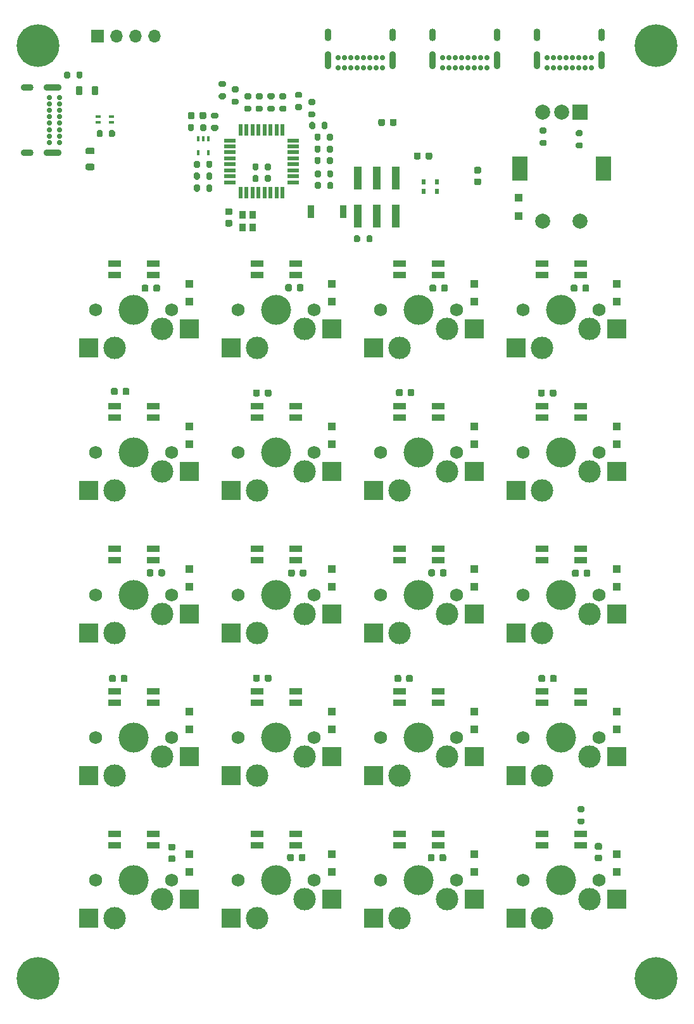
<source format=gbr>
%TF.GenerationSoftware,KiCad,Pcbnew,(5.1.8)-1*%
%TF.CreationDate,2022-08-08T09:51:38+10:00*%
%TF.ProjectId,Macropad,4d616372-6f70-4616-942e-6b696361645f,rev?*%
%TF.SameCoordinates,Original*%
%TF.FileFunction,Soldermask,Bot*%
%TF.FilePolarity,Negative*%
%FSLAX46Y46*%
G04 Gerber Fmt 4.6, Leading zero omitted, Abs format (unit mm)*
G04 Created by KiCad (PCBNEW (5.1.8)-1) date 2022-08-08 09:51:38*
%MOMM*%
%LPD*%
G01*
G04 APERTURE LIST*
%ADD10R,0.400000X0.650000*%
%ADD11R,1.800000X0.820000*%
%ADD12R,0.900000X1.700000*%
%ADD13O,0.900000X1.700000*%
%ADD14O,0.900000X2.400000*%
%ADD15C,0.700000*%
%ADD16C,4.000000*%
%ADD17C,1.750000*%
%ADD18C,3.000000*%
%ADD19R,2.550000X2.500000*%
%ADD20R,1.000000X3.150000*%
%ADD21R,1.500000X0.550000*%
%ADD22R,0.550000X1.500000*%
%ADD23R,0.850000X1.000000*%
%ADD24R,0.750000X0.450000*%
%ADD25O,1.700000X0.900000*%
%ADD26O,2.400000X0.900000*%
%ADD27R,1.000000X1.000000*%
%ADD28R,0.600000X0.800000*%
%ADD29C,2.000000*%
%ADD30R,2.000000X3.200000*%
%ADD31R,2.000000X2.000000*%
%ADD32O,1.700000X1.700000*%
%ADD33R,1.700000X1.700000*%
%ADD34C,5.700000*%
G04 APERTURE END LIST*
D10*
%TO.C,U3*%
X68330000Y-77040000D03*
X69630000Y-77040000D03*
X68980000Y-75140000D03*
X69630000Y-75140000D03*
X68330000Y-75140000D03*
%TD*%
%TO.C,R32*%
G36*
G01*
X70225000Y-73300000D02*
X70775000Y-73300000D01*
G75*
G02*
X70975000Y-73500000I0J-200000D01*
G01*
X70975000Y-73900000D01*
G75*
G02*
X70775000Y-74100000I-200000J0D01*
G01*
X70225000Y-74100000D01*
G75*
G02*
X70025000Y-73900000I0J200000D01*
G01*
X70025000Y-73500000D01*
G75*
G02*
X70225000Y-73300000I200000J0D01*
G01*
G37*
G36*
G01*
X70225000Y-71650000D02*
X70775000Y-71650000D01*
G75*
G02*
X70975000Y-71850000I0J-200000D01*
G01*
X70975000Y-72250000D01*
G75*
G02*
X70775000Y-72450000I-200000J0D01*
G01*
X70225000Y-72450000D01*
G75*
G02*
X70025000Y-72250000I0J200000D01*
G01*
X70025000Y-71850000D01*
G75*
G02*
X70225000Y-71650000I200000J0D01*
G01*
G37*
%TD*%
%TO.C,C33*%
G36*
G01*
X98700000Y-77700000D02*
X98700000Y-77200000D01*
G75*
G02*
X98925000Y-76975000I225000J0D01*
G01*
X99375000Y-76975000D01*
G75*
G02*
X99600000Y-77200000I0J-225000D01*
G01*
X99600000Y-77700000D01*
G75*
G02*
X99375000Y-77925000I-225000J0D01*
G01*
X98925000Y-77925000D01*
G75*
G02*
X98700000Y-77700000I0J225000D01*
G01*
G37*
G36*
G01*
X97150000Y-77700000D02*
X97150000Y-77200000D01*
G75*
G02*
X97375000Y-76975000I225000J0D01*
G01*
X97825000Y-76975000D01*
G75*
G02*
X98050000Y-77200000I0J-225000D01*
G01*
X98050000Y-77700000D01*
G75*
G02*
X97825000Y-77925000I-225000J0D01*
G01*
X97375000Y-77925000D01*
G75*
G02*
X97150000Y-77700000I0J225000D01*
G01*
G37*
%TD*%
D11*
%TO.C,D54*%
X114240000Y-93333000D03*
X114240000Y-91833000D03*
X119440000Y-91833000D03*
X119440000Y-93333000D03*
%TD*%
%TO.C,D53*%
X95190000Y-93333000D03*
X95190000Y-91833000D03*
X100390000Y-91833000D03*
X100390000Y-93333000D03*
%TD*%
%TO.C,D52*%
X76140000Y-93333000D03*
X76140000Y-91833000D03*
X81340000Y-91833000D03*
X81340000Y-93333000D03*
%TD*%
%TO.C,D51*%
X57090000Y-93333000D03*
X57090000Y-91833000D03*
X62290000Y-91833000D03*
X62290000Y-93333000D03*
%TD*%
%TO.C,D46*%
X114240000Y-169533000D03*
X114240000Y-168033000D03*
X119440000Y-168033000D03*
X119440000Y-169533000D03*
%TD*%
%TO.C,D45*%
X114240000Y-131433000D03*
X114240000Y-129933000D03*
X119440000Y-129933000D03*
X119440000Y-131433000D03*
%TD*%
%TO.C,D44*%
X119440000Y-148983000D03*
X119440000Y-150483000D03*
X114240000Y-150483000D03*
X114240000Y-148983000D03*
%TD*%
%TO.C,D43*%
X119440000Y-110883000D03*
X119440000Y-112383000D03*
X114240000Y-112383000D03*
X114240000Y-110883000D03*
%TD*%
%TO.C,D40*%
X95190000Y-169533000D03*
X95190000Y-168033000D03*
X100390000Y-168033000D03*
X100390000Y-169533000D03*
%TD*%
%TO.C,D39*%
X95190000Y-131433000D03*
X95190000Y-129933000D03*
X100390000Y-129933000D03*
X100390000Y-131433000D03*
%TD*%
%TO.C,D38*%
X100390000Y-148983000D03*
X100390000Y-150483000D03*
X95190000Y-150483000D03*
X95190000Y-148983000D03*
%TD*%
%TO.C,D37*%
X100390000Y-110883000D03*
X100390000Y-112383000D03*
X95190000Y-112383000D03*
X95190000Y-110883000D03*
%TD*%
%TO.C,D34*%
X76140000Y-169533000D03*
X76140000Y-168033000D03*
X81340000Y-168033000D03*
X81340000Y-169533000D03*
%TD*%
%TO.C,D33*%
X76140000Y-131433000D03*
X76140000Y-129933000D03*
X81340000Y-129933000D03*
X81340000Y-131433000D03*
%TD*%
%TO.C,D32*%
X81340000Y-148983000D03*
X81340000Y-150483000D03*
X76140000Y-150483000D03*
X76140000Y-148983000D03*
%TD*%
%TO.C,D31*%
X81340000Y-110883000D03*
X81340000Y-112383000D03*
X76140000Y-112383000D03*
X76140000Y-110883000D03*
%TD*%
%TO.C,D28*%
X57090000Y-169533000D03*
X57090000Y-168033000D03*
X62290000Y-168033000D03*
X62290000Y-169533000D03*
%TD*%
%TO.C,D27*%
X57090000Y-131433000D03*
X57090000Y-129933000D03*
X62290000Y-129933000D03*
X62290000Y-131433000D03*
%TD*%
%TO.C,D26*%
X62290000Y-148983000D03*
X62290000Y-150483000D03*
X57090000Y-150483000D03*
X57090000Y-148983000D03*
%TD*%
%TO.C,D25*%
X62290000Y-110883000D03*
X62290000Y-112383000D03*
X57090000Y-112383000D03*
X57090000Y-110883000D03*
%TD*%
%TO.C,R31*%
G36*
G01*
X84680000Y-74645000D02*
X84680000Y-75195000D01*
G75*
G02*
X84480000Y-75395000I-200000J0D01*
G01*
X84080000Y-75395000D01*
G75*
G02*
X83880000Y-75195000I0J200000D01*
G01*
X83880000Y-74645000D01*
G75*
G02*
X84080000Y-74445000I200000J0D01*
G01*
X84480000Y-74445000D01*
G75*
G02*
X84680000Y-74645000I0J-200000D01*
G01*
G37*
G36*
G01*
X86330000Y-74645000D02*
X86330000Y-75195000D01*
G75*
G02*
X86130000Y-75395000I-200000J0D01*
G01*
X85730000Y-75395000D01*
G75*
G02*
X85530000Y-75195000I0J200000D01*
G01*
X85530000Y-74645000D01*
G75*
G02*
X85730000Y-74445000I200000J0D01*
G01*
X86130000Y-74445000D01*
G75*
G02*
X86330000Y-74645000I0J-200000D01*
G01*
G37*
%TD*%
%TO.C,R30*%
G36*
G01*
X82000000Y-69675000D02*
X81450000Y-69675000D01*
G75*
G02*
X81250000Y-69475000I0J200000D01*
G01*
X81250000Y-69075000D01*
G75*
G02*
X81450000Y-68875000I200000J0D01*
G01*
X82000000Y-68875000D01*
G75*
G02*
X82200000Y-69075000I0J-200000D01*
G01*
X82200000Y-69475000D01*
G75*
G02*
X82000000Y-69675000I-200000J0D01*
G01*
G37*
G36*
G01*
X82000000Y-71325000D02*
X81450000Y-71325000D01*
G75*
G02*
X81250000Y-71125000I0J200000D01*
G01*
X81250000Y-70725000D01*
G75*
G02*
X81450000Y-70525000I200000J0D01*
G01*
X82000000Y-70525000D01*
G75*
G02*
X82200000Y-70725000I0J-200000D01*
G01*
X82200000Y-71125000D01*
G75*
G02*
X82000000Y-71325000I-200000J0D01*
G01*
G37*
%TD*%
%TO.C,R21*%
G36*
G01*
X83950000Y-73105000D02*
X83950000Y-73655000D01*
G75*
G02*
X83750000Y-73855000I-200000J0D01*
G01*
X83350000Y-73855000D01*
G75*
G02*
X83150000Y-73655000I0J200000D01*
G01*
X83150000Y-73105000D01*
G75*
G02*
X83350000Y-72905000I200000J0D01*
G01*
X83750000Y-72905000D01*
G75*
G02*
X83950000Y-73105000I0J-200000D01*
G01*
G37*
G36*
G01*
X85600000Y-73105000D02*
X85600000Y-73655000D01*
G75*
G02*
X85400000Y-73855000I-200000J0D01*
G01*
X85000000Y-73855000D01*
G75*
G02*
X84800000Y-73655000I0J200000D01*
G01*
X84800000Y-73105000D01*
G75*
G02*
X85000000Y-72905000I200000J0D01*
G01*
X85400000Y-72905000D01*
G75*
G02*
X85600000Y-73105000I0J-200000D01*
G01*
G37*
%TD*%
%TO.C,R20*%
G36*
G01*
X83195000Y-71500000D02*
X83745000Y-71500000D01*
G75*
G02*
X83945000Y-71700000I0J-200000D01*
G01*
X83945000Y-72100000D01*
G75*
G02*
X83745000Y-72300000I-200000J0D01*
G01*
X83195000Y-72300000D01*
G75*
G02*
X82995000Y-72100000I0J200000D01*
G01*
X82995000Y-71700000D01*
G75*
G02*
X83195000Y-71500000I200000J0D01*
G01*
G37*
G36*
G01*
X83195000Y-69850000D02*
X83745000Y-69850000D01*
G75*
G02*
X83945000Y-70050000I0J-200000D01*
G01*
X83945000Y-70450000D01*
G75*
G02*
X83745000Y-70650000I-200000J0D01*
G01*
X83195000Y-70650000D01*
G75*
G02*
X82995000Y-70450000I0J200000D01*
G01*
X82995000Y-70050000D01*
G75*
G02*
X83195000Y-69850000I200000J0D01*
G01*
G37*
%TD*%
%TO.C,R11*%
G36*
G01*
X76371400Y-78617400D02*
X76371400Y-79167400D01*
G75*
G02*
X76171400Y-79367400I-200000J0D01*
G01*
X75771400Y-79367400D01*
G75*
G02*
X75571400Y-79167400I0J200000D01*
G01*
X75571400Y-78617400D01*
G75*
G02*
X75771400Y-78417400I200000J0D01*
G01*
X76171400Y-78417400D01*
G75*
G02*
X76371400Y-78617400I0J-200000D01*
G01*
G37*
G36*
G01*
X78021400Y-78617400D02*
X78021400Y-79167400D01*
G75*
G02*
X77821400Y-79367400I-200000J0D01*
G01*
X77421400Y-79367400D01*
G75*
G02*
X77221400Y-79167400I0J200000D01*
G01*
X77221400Y-78617400D01*
G75*
G02*
X77421400Y-78417400I200000J0D01*
G01*
X77821400Y-78417400D01*
G75*
G02*
X78021400Y-78617400I0J-200000D01*
G01*
G37*
%TD*%
%TO.C,R10*%
G36*
G01*
X76371400Y-80192200D02*
X76371400Y-80742200D01*
G75*
G02*
X76171400Y-80942200I-200000J0D01*
G01*
X75771400Y-80942200D01*
G75*
G02*
X75571400Y-80742200I0J200000D01*
G01*
X75571400Y-80192200D01*
G75*
G02*
X75771400Y-79992200I200000J0D01*
G01*
X76171400Y-79992200D01*
G75*
G02*
X76371400Y-80192200I0J-200000D01*
G01*
G37*
G36*
G01*
X78021400Y-80192200D02*
X78021400Y-80742200D01*
G75*
G02*
X77821400Y-80942200I-200000J0D01*
G01*
X77421400Y-80942200D01*
G75*
G02*
X77221400Y-80742200I0J200000D01*
G01*
X77221400Y-80192200D01*
G75*
G02*
X77421400Y-79992200I200000J0D01*
G01*
X77821400Y-79992200D01*
G75*
G02*
X78021400Y-80192200I0J-200000D01*
G01*
G37*
%TD*%
%TO.C,R9*%
G36*
G01*
X71800000Y-68225000D02*
X71250000Y-68225000D01*
G75*
G02*
X71050000Y-68025000I0J200000D01*
G01*
X71050000Y-67625000D01*
G75*
G02*
X71250000Y-67425000I200000J0D01*
G01*
X71800000Y-67425000D01*
G75*
G02*
X72000000Y-67625000I0J-200000D01*
G01*
X72000000Y-68025000D01*
G75*
G02*
X71800000Y-68225000I-200000J0D01*
G01*
G37*
G36*
G01*
X71800000Y-69875000D02*
X71250000Y-69875000D01*
G75*
G02*
X71050000Y-69675000I0J200000D01*
G01*
X71050000Y-69275000D01*
G75*
G02*
X71250000Y-69075000I200000J0D01*
G01*
X71800000Y-69075000D01*
G75*
G02*
X72000000Y-69275000I0J-200000D01*
G01*
X72000000Y-69675000D01*
G75*
G02*
X71800000Y-69875000I-200000J0D01*
G01*
G37*
%TD*%
%TO.C,R6*%
G36*
G01*
X73525000Y-68950000D02*
X72975000Y-68950000D01*
G75*
G02*
X72775000Y-68750000I0J200000D01*
G01*
X72775000Y-68350000D01*
G75*
G02*
X72975000Y-68150000I200000J0D01*
G01*
X73525000Y-68150000D01*
G75*
G02*
X73725000Y-68350000I0J-200000D01*
G01*
X73725000Y-68750000D01*
G75*
G02*
X73525000Y-68950000I-200000J0D01*
G01*
G37*
G36*
G01*
X73525000Y-70600000D02*
X72975000Y-70600000D01*
G75*
G02*
X72775000Y-70400000I0J200000D01*
G01*
X72775000Y-70000000D01*
G75*
G02*
X72975000Y-69800000I200000J0D01*
G01*
X73525000Y-69800000D01*
G75*
G02*
X73725000Y-70000000I0J-200000D01*
G01*
X73725000Y-70400000D01*
G75*
G02*
X73525000Y-70600000I-200000J0D01*
G01*
G37*
%TD*%
%TO.C,R5*%
G36*
G01*
X69380000Y-82025000D02*
X69380000Y-81475000D01*
G75*
G02*
X69580000Y-81275000I200000J0D01*
G01*
X69980000Y-81275000D01*
G75*
G02*
X70180000Y-81475000I0J-200000D01*
G01*
X70180000Y-82025000D01*
G75*
G02*
X69980000Y-82225000I-200000J0D01*
G01*
X69580000Y-82225000D01*
G75*
G02*
X69380000Y-82025000I0J200000D01*
G01*
G37*
G36*
G01*
X67730000Y-82025000D02*
X67730000Y-81475000D01*
G75*
G02*
X67930000Y-81275000I200000J0D01*
G01*
X68330000Y-81275000D01*
G75*
G02*
X68530000Y-81475000I0J-200000D01*
G01*
X68530000Y-82025000D01*
G75*
G02*
X68330000Y-82225000I-200000J0D01*
G01*
X67930000Y-82225000D01*
G75*
G02*
X67730000Y-82025000I0J200000D01*
G01*
G37*
%TD*%
D12*
%TO.C,SW22*%
X87668100Y-84858860D03*
X83350100Y-84848700D03*
%TD*%
D13*
%TO.C,J5*%
X99595900Y-61299000D03*
X108245900Y-61299000D03*
D14*
X99595900Y-64679000D03*
X108245900Y-64679000D03*
D15*
X103495900Y-64309000D03*
X100945900Y-64309000D03*
X101795900Y-64309000D03*
X102645900Y-64309000D03*
X106895900Y-64309000D03*
X105195900Y-64309000D03*
X104345900Y-64309000D03*
X106045900Y-64309000D03*
X100945900Y-65659000D03*
X101795900Y-65659000D03*
X102645900Y-65659000D03*
X103495900Y-65659000D03*
X104345900Y-65659000D03*
X105195900Y-65659000D03*
X106045900Y-65659000D03*
X106895900Y-65659000D03*
%TD*%
%TO.C,C20*%
G36*
G01*
X63201000Y-94873000D02*
X63201000Y-95373000D01*
G75*
G02*
X62976000Y-95598000I-225000J0D01*
G01*
X62526000Y-95598000D01*
G75*
G02*
X62301000Y-95373000I0J225000D01*
G01*
X62301000Y-94873000D01*
G75*
G02*
X62526000Y-94648000I225000J0D01*
G01*
X62976000Y-94648000D01*
G75*
G02*
X63201000Y-94873000I0J-225000D01*
G01*
G37*
G36*
G01*
X61651000Y-94873000D02*
X61651000Y-95373000D01*
G75*
G02*
X61426000Y-95598000I-225000J0D01*
G01*
X60976000Y-95598000D01*
G75*
G02*
X60751000Y-95373000I0J225000D01*
G01*
X60751000Y-94873000D01*
G75*
G02*
X60976000Y-94648000I225000J0D01*
G01*
X61426000Y-94648000D01*
G75*
G02*
X61651000Y-94873000I0J-225000D01*
G01*
G37*
%TD*%
%TO.C,FB3*%
G36*
G01*
X52825000Y-68325750D02*
X52825000Y-69088250D01*
G75*
G02*
X52606250Y-69307000I-218750J0D01*
G01*
X52168750Y-69307000D01*
G75*
G02*
X51950000Y-69088250I0J218750D01*
G01*
X51950000Y-68325750D01*
G75*
G02*
X52168750Y-68107000I218750J0D01*
G01*
X52606250Y-68107000D01*
G75*
G02*
X52825000Y-68325750I0J-218750D01*
G01*
G37*
G36*
G01*
X54950000Y-68325750D02*
X54950000Y-69088250D01*
G75*
G02*
X54731250Y-69307000I-218750J0D01*
G01*
X54293750Y-69307000D01*
G75*
G02*
X54075000Y-69088250I0J218750D01*
G01*
X54075000Y-68325750D01*
G75*
G02*
X54293750Y-68107000I218750J0D01*
G01*
X54731250Y-68107000D01*
G75*
G02*
X54950000Y-68325750I0J-218750D01*
G01*
G37*
%TD*%
D16*
%TO.C,SW12*%
X97790000Y-117094000D03*
D17*
X102870000Y-117094000D03*
X92710000Y-117094000D03*
D18*
X101600000Y-119634000D03*
X95250000Y-122174000D03*
D19*
X105200000Y-119634000D03*
X91775000Y-122174000D03*
%TD*%
D16*
%TO.C,SW7*%
X78740000Y-117094000D03*
D17*
X83820000Y-117094000D03*
X73660000Y-117094000D03*
D18*
X82550000Y-119634000D03*
X76200000Y-122174000D03*
D19*
X86150000Y-119634000D03*
X72725000Y-122174000D03*
%TD*%
D16*
%TO.C,SW17*%
X116840000Y-117094000D03*
D17*
X121920000Y-117094000D03*
X111760000Y-117094000D03*
D18*
X120650000Y-119634000D03*
X114300000Y-122174000D03*
D19*
X124250000Y-119634000D03*
X110825000Y-122174000D03*
%TD*%
D16*
%TO.C,SW2*%
X59690000Y-117094000D03*
D17*
X64770000Y-117094000D03*
X54610000Y-117094000D03*
D18*
X63500000Y-119634000D03*
X57150000Y-122174000D03*
D19*
X67100000Y-119634000D03*
X53675000Y-122174000D03*
%TD*%
D16*
%TO.C,SW16*%
X116840000Y-98044000D03*
D17*
X121920000Y-98044000D03*
X111760000Y-98044000D03*
D18*
X120650000Y-100584000D03*
X114300000Y-103124000D03*
D19*
X124250000Y-100584000D03*
X110825000Y-103124000D03*
%TD*%
D16*
%TO.C,SW18*%
X116840000Y-136144000D03*
D17*
X121920000Y-136144000D03*
X111760000Y-136144000D03*
D18*
X120650000Y-138684000D03*
X114300000Y-141224000D03*
D19*
X124250000Y-138684000D03*
X110825000Y-141224000D03*
%TD*%
D16*
%TO.C,SW8*%
X78740000Y-136144000D03*
D17*
X83820000Y-136144000D03*
X73660000Y-136144000D03*
D18*
X82550000Y-138684000D03*
X76200000Y-141224000D03*
D19*
X86150000Y-138684000D03*
X72725000Y-141224000D03*
%TD*%
D16*
%TO.C,SW11*%
X97790000Y-98044000D03*
D17*
X102870000Y-98044000D03*
X92710000Y-98044000D03*
D18*
X101600000Y-100584000D03*
X95250000Y-103124000D03*
D19*
X105200000Y-100584000D03*
X91775000Y-103124000D03*
%TD*%
D16*
%TO.C,SW6*%
X78740000Y-98044000D03*
D17*
X83820000Y-98044000D03*
X73660000Y-98044000D03*
D18*
X82550000Y-100584000D03*
X76200000Y-103124000D03*
D19*
X86150000Y-100584000D03*
X72725000Y-103124000D03*
%TD*%
D16*
%TO.C,SW13*%
X97790000Y-136144000D03*
D17*
X102870000Y-136144000D03*
X92710000Y-136144000D03*
D18*
X101600000Y-138684000D03*
X95250000Y-141224000D03*
D19*
X105200000Y-138684000D03*
X91775000Y-141224000D03*
%TD*%
D16*
%TO.C,SW3*%
X59690000Y-136144000D03*
D17*
X64770000Y-136144000D03*
X54610000Y-136144000D03*
D18*
X63500000Y-138684000D03*
X57150000Y-141224000D03*
D19*
X67100000Y-138684000D03*
X53675000Y-141224000D03*
%TD*%
D16*
%TO.C,SW1*%
X59690000Y-98044000D03*
D17*
X64770000Y-98044000D03*
X54610000Y-98044000D03*
D18*
X63500000Y-100584000D03*
X57150000Y-103124000D03*
D19*
X67100000Y-100584000D03*
X53675000Y-103124000D03*
%TD*%
D20*
%TO.C,J3*%
X89662000Y-80421000D03*
X89662000Y-85471000D03*
X92202000Y-80421000D03*
X92202000Y-85471000D03*
X94742000Y-80421000D03*
X94742000Y-85471000D03*
%TD*%
D21*
%TO.C,U4*%
X72571500Y-80968500D03*
X72571500Y-80168500D03*
X72571500Y-79368500D03*
X72571500Y-78568500D03*
X72571500Y-77768500D03*
X72571500Y-76968500D03*
X72571500Y-76168500D03*
X72571500Y-75368500D03*
D22*
X73971500Y-73968500D03*
X74771500Y-73968500D03*
X75571500Y-73968500D03*
X76371500Y-73968500D03*
X77171500Y-73968500D03*
X77971500Y-73968500D03*
X78771500Y-73968500D03*
X79571500Y-73968500D03*
D21*
X80971500Y-75368500D03*
X80971500Y-76168500D03*
X80971500Y-76968500D03*
X80971500Y-77768500D03*
X80971500Y-78568500D03*
X80971500Y-79368500D03*
X80971500Y-80168500D03*
X80971500Y-80968500D03*
D22*
X79571500Y-82368500D03*
X78771500Y-82368500D03*
X77971500Y-82368500D03*
X77171500Y-82368500D03*
X76371500Y-82368500D03*
X75571500Y-82368500D03*
X74771500Y-82368500D03*
X73971500Y-82368500D03*
%TD*%
%TO.C,R1*%
G36*
G01*
X67730000Y-73385000D02*
X67730000Y-73935000D01*
G75*
G02*
X67530000Y-74135000I-200000J0D01*
G01*
X67130000Y-74135000D01*
G75*
G02*
X66930000Y-73935000I0J200000D01*
G01*
X66930000Y-73385000D01*
G75*
G02*
X67130000Y-73185000I200000J0D01*
G01*
X67530000Y-73185000D01*
G75*
G02*
X67730000Y-73385000I0J-200000D01*
G01*
G37*
G36*
G01*
X69380000Y-73385000D02*
X69380000Y-73935000D01*
G75*
G02*
X69180000Y-74135000I-200000J0D01*
G01*
X68780000Y-74135000D01*
G75*
G02*
X68580000Y-73935000I0J200000D01*
G01*
X68580000Y-73385000D01*
G75*
G02*
X68780000Y-73185000I200000J0D01*
G01*
X69180000Y-73185000D01*
G75*
G02*
X69380000Y-73385000I0J-200000D01*
G01*
G37*
%TD*%
%TO.C,C44*%
G36*
G01*
X68480000Y-72305600D02*
X68480000Y-71805600D01*
G75*
G02*
X68705000Y-71580600I225000J0D01*
G01*
X69155000Y-71580600D01*
G75*
G02*
X69380000Y-71805600I0J-225000D01*
G01*
X69380000Y-72305600D01*
G75*
G02*
X69155000Y-72530600I-225000J0D01*
G01*
X68705000Y-72530600D01*
G75*
G02*
X68480000Y-72305600I0J225000D01*
G01*
G37*
G36*
G01*
X66930000Y-72305600D02*
X66930000Y-71805600D01*
G75*
G02*
X67155000Y-71580600I225000J0D01*
G01*
X67605000Y-71580600D01*
G75*
G02*
X67830000Y-71805600I0J-225000D01*
G01*
X67830000Y-72305600D01*
G75*
G02*
X67605000Y-72530600I-225000J0D01*
G01*
X67155000Y-72530600D01*
G75*
G02*
X66930000Y-72305600I0J225000D01*
G01*
G37*
%TD*%
%TO.C,C43*%
G36*
G01*
X99903400Y-170971400D02*
X99903400Y-171471400D01*
G75*
G02*
X99678400Y-171696400I-225000J0D01*
G01*
X99228400Y-171696400D01*
G75*
G02*
X99003400Y-171471400I0J225000D01*
G01*
X99003400Y-170971400D01*
G75*
G02*
X99228400Y-170746400I225000J0D01*
G01*
X99678400Y-170746400D01*
G75*
G02*
X99903400Y-170971400I0J-225000D01*
G01*
G37*
G36*
G01*
X101453400Y-170971400D02*
X101453400Y-171471400D01*
G75*
G02*
X101228400Y-171696400I-225000J0D01*
G01*
X100778400Y-171696400D01*
G75*
G02*
X100553400Y-171471400I0J225000D01*
G01*
X100553400Y-170971400D01*
G75*
G02*
X100778400Y-170746400I225000J0D01*
G01*
X101228400Y-170746400D01*
G75*
G02*
X101453400Y-170971400I0J-225000D01*
G01*
G37*
%TD*%
%TO.C,C42*%
G36*
G01*
X81094400Y-170946000D02*
X81094400Y-171446000D01*
G75*
G02*
X80869400Y-171671000I-225000J0D01*
G01*
X80419400Y-171671000D01*
G75*
G02*
X80194400Y-171446000I0J225000D01*
G01*
X80194400Y-170946000D01*
G75*
G02*
X80419400Y-170721000I225000J0D01*
G01*
X80869400Y-170721000D01*
G75*
G02*
X81094400Y-170946000I0J-225000D01*
G01*
G37*
G36*
G01*
X82644400Y-170946000D02*
X82644400Y-171446000D01*
G75*
G02*
X82419400Y-171671000I-225000J0D01*
G01*
X81969400Y-171671000D01*
G75*
G02*
X81744400Y-171446000I0J225000D01*
G01*
X81744400Y-170946000D01*
G75*
G02*
X81969400Y-170721000I225000J0D01*
G01*
X82419400Y-170721000D01*
G75*
G02*
X82644400Y-170946000I0J-225000D01*
G01*
G37*
%TD*%
%TO.C,C41*%
G36*
G01*
X121568400Y-170809800D02*
X122068400Y-170809800D01*
G75*
G02*
X122293400Y-171034800I0J-225000D01*
G01*
X122293400Y-171484800D01*
G75*
G02*
X122068400Y-171709800I-225000J0D01*
G01*
X121568400Y-171709800D01*
G75*
G02*
X121343400Y-171484800I0J225000D01*
G01*
X121343400Y-171034800D01*
G75*
G02*
X121568400Y-170809800I225000J0D01*
G01*
G37*
G36*
G01*
X121568400Y-169259800D02*
X122068400Y-169259800D01*
G75*
G02*
X122293400Y-169484800I0J-225000D01*
G01*
X122293400Y-169934800D01*
G75*
G02*
X122068400Y-170159800I-225000J0D01*
G01*
X121568400Y-170159800D01*
G75*
G02*
X121343400Y-169934800I0J225000D01*
G01*
X121343400Y-169484800D01*
G75*
G02*
X121568400Y-169259800I225000J0D01*
G01*
G37*
%TD*%
%TO.C,C40*%
G36*
G01*
X64520000Y-170899000D02*
X65020000Y-170899000D01*
G75*
G02*
X65245000Y-171124000I0J-225000D01*
G01*
X65245000Y-171574000D01*
G75*
G02*
X65020000Y-171799000I-225000J0D01*
G01*
X64520000Y-171799000D01*
G75*
G02*
X64295000Y-171574000I0J225000D01*
G01*
X64295000Y-171124000D01*
G75*
G02*
X64520000Y-170899000I225000J0D01*
G01*
G37*
G36*
G01*
X64520000Y-169349000D02*
X65020000Y-169349000D01*
G75*
G02*
X65245000Y-169574000I0J-225000D01*
G01*
X65245000Y-170024000D01*
G75*
G02*
X65020000Y-170249000I-225000J0D01*
G01*
X64520000Y-170249000D01*
G75*
G02*
X64295000Y-170024000I0J225000D01*
G01*
X64295000Y-169574000D01*
G75*
G02*
X64520000Y-169349000I225000J0D01*
G01*
G37*
%TD*%
D23*
%TO.C,X2*%
X75565000Y-86980500D03*
X75565000Y-85280500D03*
X74215000Y-85280500D03*
X74215000Y-86980500D03*
%TD*%
%TO.C,R29*%
G36*
G01*
X84692440Y-79562280D02*
X84692440Y-80112280D01*
G75*
G02*
X84492440Y-80312280I-200000J0D01*
G01*
X84092440Y-80312280D01*
G75*
G02*
X83892440Y-80112280I0J200000D01*
G01*
X83892440Y-79562280D01*
G75*
G02*
X84092440Y-79362280I200000J0D01*
G01*
X84492440Y-79362280D01*
G75*
G02*
X84692440Y-79562280I0J-200000D01*
G01*
G37*
G36*
G01*
X86342440Y-79562280D02*
X86342440Y-80112280D01*
G75*
G02*
X86142440Y-80312280I-200000J0D01*
G01*
X85742440Y-80312280D01*
G75*
G02*
X85542440Y-80112280I0J200000D01*
G01*
X85542440Y-79562280D01*
G75*
G02*
X85742440Y-79362280I200000J0D01*
G01*
X86142440Y-79362280D01*
G75*
G02*
X86342440Y-79562280I0J-200000D01*
G01*
G37*
%TD*%
%TO.C,R28*%
G36*
G01*
X86342440Y-81121840D02*
X86342440Y-81671840D01*
G75*
G02*
X86142440Y-81871840I-200000J0D01*
G01*
X85742440Y-81871840D01*
G75*
G02*
X85542440Y-81671840I0J200000D01*
G01*
X85542440Y-81121840D01*
G75*
G02*
X85742440Y-80921840I200000J0D01*
G01*
X86142440Y-80921840D01*
G75*
G02*
X86342440Y-81121840I0J-200000D01*
G01*
G37*
G36*
G01*
X84692440Y-81121840D02*
X84692440Y-81671840D01*
G75*
G02*
X84492440Y-81871840I-200000J0D01*
G01*
X84092440Y-81871840D01*
G75*
G02*
X83892440Y-81671840I0J200000D01*
G01*
X83892440Y-81121840D01*
G75*
G02*
X84092440Y-80921840I200000J0D01*
G01*
X84492440Y-80921840D01*
G75*
G02*
X84692440Y-81121840I0J-200000D01*
G01*
G37*
%TD*%
%TO.C,R27*%
G36*
G01*
X84664500Y-76242500D02*
X84664500Y-76792500D01*
G75*
G02*
X84464500Y-76992500I-200000J0D01*
G01*
X84064500Y-76992500D01*
G75*
G02*
X83864500Y-76792500I0J200000D01*
G01*
X83864500Y-76242500D01*
G75*
G02*
X84064500Y-76042500I200000J0D01*
G01*
X84464500Y-76042500D01*
G75*
G02*
X84664500Y-76242500I0J-200000D01*
G01*
G37*
G36*
G01*
X86314500Y-76242500D02*
X86314500Y-76792500D01*
G75*
G02*
X86114500Y-76992500I-200000J0D01*
G01*
X85714500Y-76992500D01*
G75*
G02*
X85514500Y-76792500I0J200000D01*
G01*
X85514500Y-76242500D01*
G75*
G02*
X85714500Y-76042500I200000J0D01*
G01*
X86114500Y-76042500D01*
G75*
G02*
X86314500Y-76242500I0J-200000D01*
G01*
G37*
%TD*%
%TO.C,R26*%
G36*
G01*
X84664500Y-77766500D02*
X84664500Y-78316500D01*
G75*
G02*
X84464500Y-78516500I-200000J0D01*
G01*
X84064500Y-78516500D01*
G75*
G02*
X83864500Y-78316500I0J200000D01*
G01*
X83864500Y-77766500D01*
G75*
G02*
X84064500Y-77566500I200000J0D01*
G01*
X84464500Y-77566500D01*
G75*
G02*
X84664500Y-77766500I0J-200000D01*
G01*
G37*
G36*
G01*
X86314500Y-77766500D02*
X86314500Y-78316500D01*
G75*
G02*
X86114500Y-78516500I-200000J0D01*
G01*
X85714500Y-78516500D01*
G75*
G02*
X85514500Y-78316500I0J200000D01*
G01*
X85514500Y-77766500D01*
G75*
G02*
X85714500Y-77566500I200000J0D01*
G01*
X86114500Y-77566500D01*
G75*
G02*
X86314500Y-77766500I0J-200000D01*
G01*
G37*
%TD*%
%TO.C,R25*%
G36*
G01*
X77766500Y-70719000D02*
X78316500Y-70719000D01*
G75*
G02*
X78516500Y-70919000I0J-200000D01*
G01*
X78516500Y-71319000D01*
G75*
G02*
X78316500Y-71519000I-200000J0D01*
G01*
X77766500Y-71519000D01*
G75*
G02*
X77566500Y-71319000I0J200000D01*
G01*
X77566500Y-70919000D01*
G75*
G02*
X77766500Y-70719000I200000J0D01*
G01*
G37*
G36*
G01*
X77766500Y-69069000D02*
X78316500Y-69069000D01*
G75*
G02*
X78516500Y-69269000I0J-200000D01*
G01*
X78516500Y-69669000D01*
G75*
G02*
X78316500Y-69869000I-200000J0D01*
G01*
X77766500Y-69869000D01*
G75*
G02*
X77566500Y-69669000I0J200000D01*
G01*
X77566500Y-69269000D01*
G75*
G02*
X77766500Y-69069000I200000J0D01*
G01*
G37*
%TD*%
%TO.C,R24*%
G36*
G01*
X79354000Y-70719000D02*
X79904000Y-70719000D01*
G75*
G02*
X80104000Y-70919000I0J-200000D01*
G01*
X80104000Y-71319000D01*
G75*
G02*
X79904000Y-71519000I-200000J0D01*
G01*
X79354000Y-71519000D01*
G75*
G02*
X79154000Y-71319000I0J200000D01*
G01*
X79154000Y-70919000D01*
G75*
G02*
X79354000Y-70719000I200000J0D01*
G01*
G37*
G36*
G01*
X79354000Y-69069000D02*
X79904000Y-69069000D01*
G75*
G02*
X80104000Y-69269000I0J-200000D01*
G01*
X80104000Y-69669000D01*
G75*
G02*
X79904000Y-69869000I-200000J0D01*
G01*
X79354000Y-69869000D01*
G75*
G02*
X79154000Y-69669000I0J200000D01*
G01*
X79154000Y-69269000D01*
G75*
G02*
X79354000Y-69069000I200000J0D01*
G01*
G37*
%TD*%
%TO.C,R23*%
G36*
G01*
X74655000Y-70719000D02*
X75205000Y-70719000D01*
G75*
G02*
X75405000Y-70919000I0J-200000D01*
G01*
X75405000Y-71319000D01*
G75*
G02*
X75205000Y-71519000I-200000J0D01*
G01*
X74655000Y-71519000D01*
G75*
G02*
X74455000Y-71319000I0J200000D01*
G01*
X74455000Y-70919000D01*
G75*
G02*
X74655000Y-70719000I200000J0D01*
G01*
G37*
G36*
G01*
X74655000Y-69069000D02*
X75205000Y-69069000D01*
G75*
G02*
X75405000Y-69269000I0J-200000D01*
G01*
X75405000Y-69669000D01*
G75*
G02*
X75205000Y-69869000I-200000J0D01*
G01*
X74655000Y-69869000D01*
G75*
G02*
X74455000Y-69669000I0J200000D01*
G01*
X74455000Y-69269000D01*
G75*
G02*
X74655000Y-69069000I200000J0D01*
G01*
G37*
%TD*%
%TO.C,R22*%
G36*
G01*
X76179000Y-70719000D02*
X76729000Y-70719000D01*
G75*
G02*
X76929000Y-70919000I0J-200000D01*
G01*
X76929000Y-71319000D01*
G75*
G02*
X76729000Y-71519000I-200000J0D01*
G01*
X76179000Y-71519000D01*
G75*
G02*
X75979000Y-71319000I0J200000D01*
G01*
X75979000Y-70919000D01*
G75*
G02*
X76179000Y-70719000I200000J0D01*
G01*
G37*
G36*
G01*
X76179000Y-69069000D02*
X76729000Y-69069000D01*
G75*
G02*
X76929000Y-69269000I0J-200000D01*
G01*
X76929000Y-69669000D01*
G75*
G02*
X76729000Y-69869000I-200000J0D01*
G01*
X76179000Y-69869000D01*
G75*
G02*
X75979000Y-69669000I0J200000D01*
G01*
X75979000Y-69269000D01*
G75*
G02*
X76179000Y-69069000I200000J0D01*
G01*
G37*
%TD*%
%TO.C,R13*%
G36*
G01*
X114702000Y-74466400D02*
X114152000Y-74466400D01*
G75*
G02*
X113952000Y-74266400I0J200000D01*
G01*
X113952000Y-73866400D01*
G75*
G02*
X114152000Y-73666400I200000J0D01*
G01*
X114702000Y-73666400D01*
G75*
G02*
X114902000Y-73866400I0J-200000D01*
G01*
X114902000Y-74266400D01*
G75*
G02*
X114702000Y-74466400I-200000J0D01*
G01*
G37*
G36*
G01*
X114702000Y-76116400D02*
X114152000Y-76116400D01*
G75*
G02*
X113952000Y-75916400I0J200000D01*
G01*
X113952000Y-75516400D01*
G75*
G02*
X114152000Y-75316400I200000J0D01*
G01*
X114702000Y-75316400D01*
G75*
G02*
X114902000Y-75516400I0J-200000D01*
G01*
X114902000Y-75916400D01*
G75*
G02*
X114702000Y-76116400I-200000J0D01*
G01*
G37*
%TD*%
%TO.C,R8*%
G36*
G01*
X68525500Y-79865000D02*
X68525500Y-80415000D01*
G75*
G02*
X68325500Y-80615000I-200000J0D01*
G01*
X67925500Y-80615000D01*
G75*
G02*
X67725500Y-80415000I0J200000D01*
G01*
X67725500Y-79865000D01*
G75*
G02*
X67925500Y-79665000I200000J0D01*
G01*
X68325500Y-79665000D01*
G75*
G02*
X68525500Y-79865000I0J-200000D01*
G01*
G37*
G36*
G01*
X70175500Y-79865000D02*
X70175500Y-80415000D01*
G75*
G02*
X69975500Y-80615000I-200000J0D01*
G01*
X69575500Y-80615000D01*
G75*
G02*
X69375500Y-80415000I0J200000D01*
G01*
X69375500Y-79865000D01*
G75*
G02*
X69575500Y-79665000I200000J0D01*
G01*
X69975500Y-79665000D01*
G75*
G02*
X70175500Y-79865000I0J-200000D01*
G01*
G37*
%TD*%
%TO.C,R7*%
G36*
G01*
X68526500Y-78277500D02*
X68526500Y-78827500D01*
G75*
G02*
X68326500Y-79027500I-200000J0D01*
G01*
X67926500Y-79027500D01*
G75*
G02*
X67726500Y-78827500I0J200000D01*
G01*
X67726500Y-78277500D01*
G75*
G02*
X67926500Y-78077500I200000J0D01*
G01*
X68326500Y-78077500D01*
G75*
G02*
X68526500Y-78277500I0J-200000D01*
G01*
G37*
G36*
G01*
X70176500Y-78277500D02*
X70176500Y-78827500D01*
G75*
G02*
X69976500Y-79027500I-200000J0D01*
G01*
X69576500Y-79027500D01*
G75*
G02*
X69376500Y-78827500I0J200000D01*
G01*
X69376500Y-78277500D01*
G75*
G02*
X69576500Y-78077500I200000J0D01*
G01*
X69976500Y-78077500D01*
G75*
G02*
X70176500Y-78277500I0J-200000D01*
G01*
G37*
%TD*%
%TO.C,R4*%
G36*
G01*
X55520000Y-74185000D02*
X55520000Y-74735000D01*
G75*
G02*
X55320000Y-74935000I-200000J0D01*
G01*
X54920000Y-74935000D01*
G75*
G02*
X54720000Y-74735000I0J200000D01*
G01*
X54720000Y-74185000D01*
G75*
G02*
X54920000Y-73985000I200000J0D01*
G01*
X55320000Y-73985000D01*
G75*
G02*
X55520000Y-74185000I0J-200000D01*
G01*
G37*
G36*
G01*
X57170000Y-74185000D02*
X57170000Y-74735000D01*
G75*
G02*
X56970000Y-74935000I-200000J0D01*
G01*
X56570000Y-74935000D01*
G75*
G02*
X56370000Y-74735000I0J200000D01*
G01*
X56370000Y-74185000D01*
G75*
G02*
X56570000Y-73985000I200000J0D01*
G01*
X56970000Y-73985000D01*
G75*
G02*
X57170000Y-74185000I0J-200000D01*
G01*
G37*
%TD*%
%TO.C,R3*%
G36*
G01*
X51161900Y-66349200D02*
X51161900Y-66899200D01*
G75*
G02*
X50961900Y-67099200I-200000J0D01*
G01*
X50561900Y-67099200D01*
G75*
G02*
X50361900Y-66899200I0J200000D01*
G01*
X50361900Y-66349200D01*
G75*
G02*
X50561900Y-66149200I200000J0D01*
G01*
X50961900Y-66149200D01*
G75*
G02*
X51161900Y-66349200I0J-200000D01*
G01*
G37*
G36*
G01*
X52811900Y-66349200D02*
X52811900Y-66899200D01*
G75*
G02*
X52611900Y-67099200I-200000J0D01*
G01*
X52211900Y-67099200D01*
G75*
G02*
X52011900Y-66899200I0J200000D01*
G01*
X52011900Y-66349200D01*
G75*
G02*
X52211900Y-66149200I200000J0D01*
G01*
X52611900Y-66149200D01*
G75*
G02*
X52811900Y-66349200I0J-200000D01*
G01*
G37*
%TD*%
D24*
%TO.C,L1*%
X54891500Y-72180500D03*
X54891500Y-72980500D03*
X56741500Y-72980500D03*
X56741500Y-72180500D03*
%TD*%
D13*
%TO.C,J6*%
X113565900Y-61299000D03*
X122215900Y-61299000D03*
D14*
X113565900Y-64679000D03*
X122215900Y-64679000D03*
D15*
X117465900Y-64309000D03*
X114915900Y-64309000D03*
X115765900Y-64309000D03*
X116615900Y-64309000D03*
X120865900Y-64309000D03*
X119165900Y-64309000D03*
X118315900Y-64309000D03*
X120015900Y-64309000D03*
X114915900Y-65659000D03*
X115765900Y-65659000D03*
X116615900Y-65659000D03*
X117465900Y-65659000D03*
X118315900Y-65659000D03*
X119165900Y-65659000D03*
X120015900Y-65659000D03*
X120865900Y-65659000D03*
%TD*%
D13*
%TO.C,J4*%
X85625900Y-61299000D03*
X94275900Y-61299000D03*
D14*
X85625900Y-64679000D03*
X94275900Y-64679000D03*
D15*
X89525900Y-64309000D03*
X86975900Y-64309000D03*
X87825900Y-64309000D03*
X88675900Y-64309000D03*
X92925900Y-64309000D03*
X91225900Y-64309000D03*
X90375900Y-64309000D03*
X92075900Y-64309000D03*
X86975900Y-65659000D03*
X87825900Y-65659000D03*
X88675900Y-65659000D03*
X89525900Y-65659000D03*
X90375900Y-65659000D03*
X91225900Y-65659000D03*
X92075900Y-65659000D03*
X92925900Y-65659000D03*
%TD*%
D25*
%TO.C,J1*%
X45424000Y-68328500D03*
X45424000Y-76978500D03*
D26*
X48804000Y-68328500D03*
X48804000Y-76978500D03*
D15*
X48434000Y-72228500D03*
X48434000Y-69678500D03*
X48434000Y-70528500D03*
X48434000Y-71378500D03*
X48434000Y-75628500D03*
X48434000Y-73928500D03*
X48434000Y-73078500D03*
X48434000Y-74778500D03*
X49784000Y-69678500D03*
X49784000Y-70528500D03*
X49784000Y-71378500D03*
X49784000Y-72228500D03*
X49784000Y-73078500D03*
X49784000Y-73928500D03*
X49784000Y-74778500D03*
X49784000Y-75628500D03*
%TD*%
%TO.C,FB1*%
G36*
G01*
X54216550Y-77221700D02*
X53454050Y-77221700D01*
G75*
G02*
X53235300Y-77002950I0J218750D01*
G01*
X53235300Y-76565450D01*
G75*
G02*
X53454050Y-76346700I218750J0D01*
G01*
X54216550Y-76346700D01*
G75*
G02*
X54435300Y-76565450I0J-218750D01*
G01*
X54435300Y-77002950D01*
G75*
G02*
X54216550Y-77221700I-218750J0D01*
G01*
G37*
G36*
G01*
X54216550Y-79346700D02*
X53454050Y-79346700D01*
G75*
G02*
X53235300Y-79127950I0J218750D01*
G01*
X53235300Y-78690450D01*
G75*
G02*
X53454050Y-78471700I218750J0D01*
G01*
X54216550Y-78471700D01*
G75*
G02*
X54435300Y-78690450I0J-218750D01*
G01*
X54435300Y-79127950D01*
G75*
G02*
X54216550Y-79346700I-218750J0D01*
G01*
G37*
%TD*%
D27*
%TO.C,D22*%
X111125000Y-83058000D03*
X111125000Y-85458000D03*
%TD*%
%TO.C,D21*%
X124240000Y-170744000D03*
X124240000Y-173144000D03*
%TD*%
%TO.C,D20*%
X124240000Y-151694000D03*
X124240000Y-154094000D03*
%TD*%
%TO.C,D19*%
X124240000Y-132644000D03*
X124240000Y-135044000D03*
%TD*%
%TO.C,D18*%
X124240000Y-113594000D03*
X124240000Y-115994000D03*
%TD*%
%TO.C,D17*%
X124240000Y-94544000D03*
X124240000Y-96944000D03*
%TD*%
%TO.C,D16*%
X105190000Y-170744000D03*
X105190000Y-173144000D03*
%TD*%
%TO.C,D15*%
X105190000Y-151694000D03*
X105190000Y-154094000D03*
%TD*%
%TO.C,D14*%
X105190000Y-132644000D03*
X105190000Y-135044000D03*
%TD*%
%TO.C,D13*%
X105190000Y-113594000D03*
X105190000Y-115994000D03*
%TD*%
%TO.C,D12*%
X105190000Y-94544000D03*
X105190000Y-96944000D03*
%TD*%
%TO.C,D11*%
X86140000Y-170744000D03*
X86140000Y-173144000D03*
%TD*%
%TO.C,D10*%
X86140000Y-151694000D03*
X86140000Y-154094000D03*
%TD*%
%TO.C,D9*%
X86140000Y-132644000D03*
X86140000Y-135044000D03*
%TD*%
%TO.C,D8*%
X86140000Y-113594000D03*
X86140000Y-115994000D03*
%TD*%
%TO.C,D7*%
X86140000Y-94544000D03*
X86140000Y-96944000D03*
%TD*%
%TO.C,D6*%
X67090000Y-170744000D03*
X67090000Y-173144000D03*
%TD*%
%TO.C,D5*%
X67090000Y-154094000D03*
X67090000Y-151694000D03*
%TD*%
%TO.C,D4*%
X67090000Y-132644000D03*
X67090000Y-135044000D03*
%TD*%
%TO.C,D3*%
X67090000Y-113594000D03*
X67090000Y-115994000D03*
%TD*%
%TO.C,D2*%
X67090000Y-94544000D03*
X67090000Y-96944000D03*
%TD*%
D28*
%TO.C,X1*%
X100235160Y-80939640D03*
X98435160Y-80939640D03*
X98435160Y-82139640D03*
X100235160Y-82139640D03*
%TD*%
D29*
%TO.C,SW21*%
X114380000Y-86128000D03*
X119380000Y-86128000D03*
D30*
X111280000Y-79128000D03*
X122480000Y-79128000D03*
D29*
X114380000Y-71628000D03*
X116880000Y-71628000D03*
D31*
X119380000Y-71628000D03*
%TD*%
D16*
%TO.C,SW20*%
X116840000Y-174244000D03*
D17*
X121920000Y-174244000D03*
X111760000Y-174244000D03*
D18*
X120650000Y-176784000D03*
X114300000Y-179324000D03*
D19*
X124250000Y-176784000D03*
X110825000Y-179324000D03*
%TD*%
D16*
%TO.C,SW19*%
X116840000Y-155194000D03*
D17*
X121920000Y-155194000D03*
X111760000Y-155194000D03*
D18*
X120650000Y-157734000D03*
X114300000Y-160274000D03*
D19*
X124250000Y-157734000D03*
X110825000Y-160274000D03*
%TD*%
D16*
%TO.C,SW15*%
X97790000Y-174244000D03*
D17*
X102870000Y-174244000D03*
X92710000Y-174244000D03*
D18*
X101600000Y-176784000D03*
X95250000Y-179324000D03*
D19*
X105200000Y-176784000D03*
X91775000Y-179324000D03*
%TD*%
D16*
%TO.C,SW14*%
X97790000Y-155194000D03*
D17*
X102870000Y-155194000D03*
X92710000Y-155194000D03*
D18*
X101600000Y-157734000D03*
X95250000Y-160274000D03*
D19*
X105200000Y-157734000D03*
X91775000Y-160274000D03*
%TD*%
D16*
%TO.C,SW10*%
X78740000Y-174244000D03*
D17*
X83820000Y-174244000D03*
X73660000Y-174244000D03*
D18*
X82550000Y-176784000D03*
X76200000Y-179324000D03*
D19*
X86150000Y-176784000D03*
X72725000Y-179324000D03*
%TD*%
D16*
%TO.C,SW9*%
X78740000Y-155194000D03*
D17*
X83820000Y-155194000D03*
X73660000Y-155194000D03*
D18*
X82550000Y-157734000D03*
X76200000Y-160274000D03*
D19*
X86150000Y-157734000D03*
X72725000Y-160274000D03*
%TD*%
D16*
%TO.C,SW5*%
X59690000Y-174244000D03*
D17*
X64770000Y-174244000D03*
X54610000Y-174244000D03*
D18*
X63500000Y-176784000D03*
X57150000Y-179324000D03*
D19*
X67100000Y-176784000D03*
X53675000Y-179324000D03*
%TD*%
%TO.C,SW4*%
X53675000Y-160274000D03*
X67100000Y-157734000D03*
D18*
X57150000Y-160274000D03*
X63500000Y-157734000D03*
D17*
X54610000Y-155194000D03*
X64770000Y-155194000D03*
D16*
X59690000Y-155194000D03*
%TD*%
%TO.C,R18*%
G36*
G01*
X90790000Y-88795000D02*
X90790000Y-88245000D01*
G75*
G02*
X90990000Y-88045000I200000J0D01*
G01*
X91390000Y-88045000D01*
G75*
G02*
X91590000Y-88245000I0J-200000D01*
G01*
X91590000Y-88795000D01*
G75*
G02*
X91390000Y-88995000I-200000J0D01*
G01*
X90990000Y-88995000D01*
G75*
G02*
X90790000Y-88795000I0J200000D01*
G01*
G37*
G36*
G01*
X89140000Y-88795000D02*
X89140000Y-88245000D01*
G75*
G02*
X89340000Y-88045000I200000J0D01*
G01*
X89740000Y-88045000D01*
G75*
G02*
X89940000Y-88245000I0J-200000D01*
G01*
X89940000Y-88795000D01*
G75*
G02*
X89740000Y-88995000I-200000J0D01*
G01*
X89340000Y-88995000D01*
G75*
G02*
X89140000Y-88795000I0J200000D01*
G01*
G37*
%TD*%
%TO.C,R15*%
G36*
G01*
X119206600Y-164320000D02*
X119756600Y-164320000D01*
G75*
G02*
X119956600Y-164520000I0J-200000D01*
G01*
X119956600Y-164920000D01*
G75*
G02*
X119756600Y-165120000I-200000J0D01*
G01*
X119206600Y-165120000D01*
G75*
G02*
X119006600Y-164920000I0J200000D01*
G01*
X119006600Y-164520000D01*
G75*
G02*
X119206600Y-164320000I200000J0D01*
G01*
G37*
G36*
G01*
X119206600Y-165970000D02*
X119756600Y-165970000D01*
G75*
G02*
X119956600Y-166170000I0J-200000D01*
G01*
X119956600Y-166570000D01*
G75*
G02*
X119756600Y-166770000I-200000J0D01*
G01*
X119206600Y-166770000D01*
G75*
G02*
X119006600Y-166570000I0J200000D01*
G01*
X119006600Y-166170000D01*
G75*
G02*
X119206600Y-165970000I200000J0D01*
G01*
G37*
%TD*%
%TO.C,R14*%
G36*
G01*
X119528000Y-74809800D02*
X118978000Y-74809800D01*
G75*
G02*
X118778000Y-74609800I0J200000D01*
G01*
X118778000Y-74209800D01*
G75*
G02*
X118978000Y-74009800I200000J0D01*
G01*
X119528000Y-74009800D01*
G75*
G02*
X119728000Y-74209800I0J-200000D01*
G01*
X119728000Y-74609800D01*
G75*
G02*
X119528000Y-74809800I-200000J0D01*
G01*
G37*
G36*
G01*
X119528000Y-76459800D02*
X118978000Y-76459800D01*
G75*
G02*
X118778000Y-76259800I0J200000D01*
G01*
X118778000Y-75859800D01*
G75*
G02*
X118978000Y-75659800I200000J0D01*
G01*
X119528000Y-75659800D01*
G75*
G02*
X119728000Y-75859800I0J-200000D01*
G01*
X119728000Y-76259800D01*
G75*
G02*
X119528000Y-76459800I-200000J0D01*
G01*
G37*
%TD*%
D32*
%TO.C,J2*%
X62471300Y-61455300D03*
X59931300Y-61455300D03*
X57391300Y-61455300D03*
D33*
X54851300Y-61455300D03*
%TD*%
D34*
%TO.C,H4*%
X46863000Y-187325000D03*
%TD*%
%TO.C,H3*%
X129540000Y-187325000D03*
%TD*%
%TO.C,H2*%
X46863000Y-62738000D03*
%TD*%
%TO.C,H1*%
X129540000Y-62738000D03*
%TD*%
%TO.C,C36*%
G36*
G01*
X93935000Y-73220000D02*
X93935000Y-72720000D01*
G75*
G02*
X94160000Y-72495000I225000J0D01*
G01*
X94610000Y-72495000D01*
G75*
G02*
X94835000Y-72720000I0J-225000D01*
G01*
X94835000Y-73220000D01*
G75*
G02*
X94610000Y-73445000I-225000J0D01*
G01*
X94160000Y-73445000D01*
G75*
G02*
X93935000Y-73220000I0J225000D01*
G01*
G37*
G36*
G01*
X92385000Y-73220000D02*
X92385000Y-72720000D01*
G75*
G02*
X92610000Y-72495000I225000J0D01*
G01*
X93060000Y-72495000D01*
G75*
G02*
X93285000Y-72720000I0J-225000D01*
G01*
X93285000Y-73220000D01*
G75*
G02*
X93060000Y-73445000I-225000J0D01*
G01*
X92610000Y-73445000D01*
G75*
G02*
X92385000Y-73220000I0J225000D01*
G01*
G37*
%TD*%
%TO.C,C35*%
G36*
G01*
X105914000Y-81349000D02*
X105414000Y-81349000D01*
G75*
G02*
X105189000Y-81124000I0J225000D01*
G01*
X105189000Y-80674000D01*
G75*
G02*
X105414000Y-80449000I225000J0D01*
G01*
X105914000Y-80449000D01*
G75*
G02*
X106139000Y-80674000I0J-225000D01*
G01*
X106139000Y-81124000D01*
G75*
G02*
X105914000Y-81349000I-225000J0D01*
G01*
G37*
G36*
G01*
X105914000Y-79799000D02*
X105414000Y-79799000D01*
G75*
G02*
X105189000Y-79574000I0J225000D01*
G01*
X105189000Y-79124000D01*
G75*
G02*
X105414000Y-78899000I225000J0D01*
G01*
X105914000Y-78899000D01*
G75*
G02*
X106139000Y-79124000I0J-225000D01*
G01*
X106139000Y-79574000D01*
G75*
G02*
X105914000Y-79799000I-225000J0D01*
G01*
G37*
%TD*%
%TO.C,C32*%
G36*
G01*
X72640000Y-85336200D02*
X72140000Y-85336200D01*
G75*
G02*
X71915000Y-85111200I0J225000D01*
G01*
X71915000Y-84661200D01*
G75*
G02*
X72140000Y-84436200I225000J0D01*
G01*
X72640000Y-84436200D01*
G75*
G02*
X72865000Y-84661200I0J-225000D01*
G01*
X72865000Y-85111200D01*
G75*
G02*
X72640000Y-85336200I-225000J0D01*
G01*
G37*
G36*
G01*
X72640000Y-86886200D02*
X72140000Y-86886200D01*
G75*
G02*
X71915000Y-86661200I0J225000D01*
G01*
X71915000Y-86211200D01*
G75*
G02*
X72140000Y-85986200I225000J0D01*
G01*
X72640000Y-85986200D01*
G75*
G02*
X72865000Y-86211200I0J-225000D01*
G01*
X72865000Y-86661200D01*
G75*
G02*
X72640000Y-86886200I-225000J0D01*
G01*
G37*
%TD*%
%TO.C,C29*%
G36*
G01*
X75648400Y-147468400D02*
X75648400Y-146968400D01*
G75*
G02*
X75873400Y-146743400I225000J0D01*
G01*
X76323400Y-146743400D01*
G75*
G02*
X76548400Y-146968400I0J-225000D01*
G01*
X76548400Y-147468400D01*
G75*
G02*
X76323400Y-147693400I-225000J0D01*
G01*
X75873400Y-147693400D01*
G75*
G02*
X75648400Y-147468400I0J225000D01*
G01*
G37*
G36*
G01*
X77198400Y-147468400D02*
X77198400Y-146968400D01*
G75*
G02*
X77423400Y-146743400I225000J0D01*
G01*
X77873400Y-146743400D01*
G75*
G02*
X78098400Y-146968400I0J-225000D01*
G01*
X78098400Y-147468400D01*
G75*
G02*
X77873400Y-147693400I-225000J0D01*
G01*
X77423400Y-147693400D01*
G75*
G02*
X77198400Y-147468400I0J225000D01*
G01*
G37*
%TD*%
%TO.C,C27*%
G36*
G01*
X75648400Y-109368400D02*
X75648400Y-108868400D01*
G75*
G02*
X75873400Y-108643400I225000J0D01*
G01*
X76323400Y-108643400D01*
G75*
G02*
X76548400Y-108868400I0J-225000D01*
G01*
X76548400Y-109368400D01*
G75*
G02*
X76323400Y-109593400I-225000J0D01*
G01*
X75873400Y-109593400D01*
G75*
G02*
X75648400Y-109368400I0J225000D01*
G01*
G37*
G36*
G01*
X77198400Y-109368400D02*
X77198400Y-108868400D01*
G75*
G02*
X77423400Y-108643400I225000J0D01*
G01*
X77873400Y-108643400D01*
G75*
G02*
X78098400Y-108868400I0J-225000D01*
G01*
X78098400Y-109368400D01*
G75*
G02*
X77873400Y-109593400I-225000J0D01*
G01*
X77423400Y-109593400D01*
G75*
G02*
X77198400Y-109368400I0J225000D01*
G01*
G37*
%TD*%
%TO.C,C26*%
G36*
G01*
X120744700Y-132947600D02*
X120744700Y-133447600D01*
G75*
G02*
X120519700Y-133672600I-225000J0D01*
G01*
X120069700Y-133672600D01*
G75*
G02*
X119844700Y-133447600I0J225000D01*
G01*
X119844700Y-132947600D01*
G75*
G02*
X120069700Y-132722600I225000J0D01*
G01*
X120519700Y-132722600D01*
G75*
G02*
X120744700Y-132947600I0J-225000D01*
G01*
G37*
G36*
G01*
X119194700Y-132947600D02*
X119194700Y-133447600D01*
G75*
G02*
X118969700Y-133672600I-225000J0D01*
G01*
X118519700Y-133672600D01*
G75*
G02*
X118294700Y-133447600I0J225000D01*
G01*
X118294700Y-132947600D01*
G75*
G02*
X118519700Y-132722600I225000J0D01*
G01*
X118969700Y-132722600D01*
G75*
G02*
X119194700Y-132947600I0J-225000D01*
G01*
G37*
%TD*%
%TO.C,C24*%
G36*
G01*
X63873800Y-132896800D02*
X63873800Y-133396800D01*
G75*
G02*
X63648800Y-133621800I-225000J0D01*
G01*
X63198800Y-133621800D01*
G75*
G02*
X62973800Y-133396800I0J225000D01*
G01*
X62973800Y-132896800D01*
G75*
G02*
X63198800Y-132671800I225000J0D01*
G01*
X63648800Y-132671800D01*
G75*
G02*
X63873800Y-132896800I0J-225000D01*
G01*
G37*
G36*
G01*
X62323800Y-132896800D02*
X62323800Y-133396800D01*
G75*
G02*
X62098800Y-133621800I-225000J0D01*
G01*
X61648800Y-133621800D01*
G75*
G02*
X61423800Y-133396800I0J225000D01*
G01*
X61423800Y-132896800D01*
G75*
G02*
X61648800Y-132671800I225000J0D01*
G01*
X62098800Y-132671800D01*
G75*
G02*
X62323800Y-132896800I0J-225000D01*
G01*
G37*
%TD*%
%TO.C,C22*%
G36*
G01*
X82771400Y-132922200D02*
X82771400Y-133422200D01*
G75*
G02*
X82546400Y-133647200I-225000J0D01*
G01*
X82096400Y-133647200D01*
G75*
G02*
X81871400Y-133422200I0J225000D01*
G01*
X81871400Y-132922200D01*
G75*
G02*
X82096400Y-132697200I225000J0D01*
G01*
X82546400Y-132697200D01*
G75*
G02*
X82771400Y-132922200I0J-225000D01*
G01*
G37*
G36*
G01*
X81221400Y-132922200D02*
X81221400Y-133422200D01*
G75*
G02*
X80996400Y-133647200I-225000J0D01*
G01*
X80546400Y-133647200D01*
G75*
G02*
X80321400Y-133422200I0J225000D01*
G01*
X80321400Y-132922200D01*
G75*
G02*
X80546400Y-132697200I225000J0D01*
G01*
X80996400Y-132697200D01*
G75*
G02*
X81221400Y-132922200I0J-225000D01*
G01*
G37*
%TD*%
%TO.C,C19*%
G36*
G01*
X113748400Y-109368400D02*
X113748400Y-108868400D01*
G75*
G02*
X113973400Y-108643400I225000J0D01*
G01*
X114423400Y-108643400D01*
G75*
G02*
X114648400Y-108868400I0J-225000D01*
G01*
X114648400Y-109368400D01*
G75*
G02*
X114423400Y-109593400I-225000J0D01*
G01*
X113973400Y-109593400D01*
G75*
G02*
X113748400Y-109368400I0J225000D01*
G01*
G37*
G36*
G01*
X115298400Y-109368400D02*
X115298400Y-108868400D01*
G75*
G02*
X115523400Y-108643400I225000J0D01*
G01*
X115973400Y-108643400D01*
G75*
G02*
X116198400Y-108868400I0J-225000D01*
G01*
X116198400Y-109368400D01*
G75*
G02*
X115973400Y-109593400I-225000J0D01*
G01*
X115523400Y-109593400D01*
G75*
G02*
X115298400Y-109368400I0J225000D01*
G01*
G37*
%TD*%
%TO.C,C17*%
G36*
G01*
X82390400Y-94796800D02*
X82390400Y-95296800D01*
G75*
G02*
X82165400Y-95521800I-225000J0D01*
G01*
X81715400Y-95521800D01*
G75*
G02*
X81490400Y-95296800I0J225000D01*
G01*
X81490400Y-94796800D01*
G75*
G02*
X81715400Y-94571800I225000J0D01*
G01*
X82165400Y-94571800D01*
G75*
G02*
X82390400Y-94796800I0J-225000D01*
G01*
G37*
G36*
G01*
X80840400Y-94796800D02*
X80840400Y-95296800D01*
G75*
G02*
X80615400Y-95521800I-225000J0D01*
G01*
X80165400Y-95521800D01*
G75*
G02*
X79940400Y-95296800I0J225000D01*
G01*
X79940400Y-94796800D01*
G75*
G02*
X80165400Y-94571800I225000J0D01*
G01*
X80615400Y-94571800D01*
G75*
G02*
X80840400Y-94796800I0J-225000D01*
G01*
G37*
%TD*%
%TO.C,C15*%
G36*
G01*
X101516600Y-132896800D02*
X101516600Y-133396800D01*
G75*
G02*
X101291600Y-133621800I-225000J0D01*
G01*
X100841600Y-133621800D01*
G75*
G02*
X100616600Y-133396800I0J225000D01*
G01*
X100616600Y-132896800D01*
G75*
G02*
X100841600Y-132671800I225000J0D01*
G01*
X101291600Y-132671800D01*
G75*
G02*
X101516600Y-132896800I0J-225000D01*
G01*
G37*
G36*
G01*
X99966600Y-132896800D02*
X99966600Y-133396800D01*
G75*
G02*
X99741600Y-133621800I-225000J0D01*
G01*
X99291600Y-133621800D01*
G75*
G02*
X99066600Y-133396800I0J225000D01*
G01*
X99066600Y-132896800D01*
G75*
G02*
X99291600Y-132671800I225000J0D01*
G01*
X99741600Y-132671800D01*
G75*
G02*
X99966600Y-132896800I0J-225000D01*
G01*
G37*
%TD*%
%TO.C,C13*%
G36*
G01*
X94749200Y-109317600D02*
X94749200Y-108817600D01*
G75*
G02*
X94974200Y-108592600I225000J0D01*
G01*
X95424200Y-108592600D01*
G75*
G02*
X95649200Y-108817600I0J-225000D01*
G01*
X95649200Y-109317600D01*
G75*
G02*
X95424200Y-109542600I-225000J0D01*
G01*
X94974200Y-109542600D01*
G75*
G02*
X94749200Y-109317600I0J225000D01*
G01*
G37*
G36*
G01*
X96299200Y-109317600D02*
X96299200Y-108817600D01*
G75*
G02*
X96524200Y-108592600I225000J0D01*
G01*
X96974200Y-108592600D01*
G75*
G02*
X97199200Y-108817600I0J-225000D01*
G01*
X97199200Y-109317600D01*
G75*
G02*
X96974200Y-109542600I-225000J0D01*
G01*
X96524200Y-109542600D01*
G75*
G02*
X96299200Y-109317600I0J225000D01*
G01*
G37*
%TD*%
%TO.C,C11*%
G36*
G01*
X120566600Y-94860300D02*
X120566600Y-95360300D01*
G75*
G02*
X120341600Y-95585300I-225000J0D01*
G01*
X119891600Y-95585300D01*
G75*
G02*
X119666600Y-95360300I0J225000D01*
G01*
X119666600Y-94860300D01*
G75*
G02*
X119891600Y-94635300I225000J0D01*
G01*
X120341600Y-94635300D01*
G75*
G02*
X120566600Y-94860300I0J-225000D01*
G01*
G37*
G36*
G01*
X119016600Y-94860300D02*
X119016600Y-95360300D01*
G75*
G02*
X118791600Y-95585300I-225000J0D01*
G01*
X118341600Y-95585300D01*
G75*
G02*
X118116600Y-95360300I0J225000D01*
G01*
X118116600Y-94860300D01*
G75*
G02*
X118341600Y-94635300I225000J0D01*
G01*
X118791600Y-94635300D01*
G75*
G02*
X119016600Y-94860300I0J-225000D01*
G01*
G37*
%TD*%
%TO.C,C10*%
G36*
G01*
X56395200Y-147519200D02*
X56395200Y-147019200D01*
G75*
G02*
X56620200Y-146794200I225000J0D01*
G01*
X57070200Y-146794200D01*
G75*
G02*
X57295200Y-147019200I0J-225000D01*
G01*
X57295200Y-147519200D01*
G75*
G02*
X57070200Y-147744200I-225000J0D01*
G01*
X56620200Y-147744200D01*
G75*
G02*
X56395200Y-147519200I0J225000D01*
G01*
G37*
G36*
G01*
X57945200Y-147519200D02*
X57945200Y-147019200D01*
G75*
G02*
X58170200Y-146794200I225000J0D01*
G01*
X58620200Y-146794200D01*
G75*
G02*
X58845200Y-147019200I0J-225000D01*
G01*
X58845200Y-147519200D01*
G75*
G02*
X58620200Y-147744200I-225000J0D01*
G01*
X58170200Y-147744200D01*
G75*
G02*
X57945200Y-147519200I0J225000D01*
G01*
G37*
%TD*%
%TO.C,C9*%
G36*
G01*
X94546000Y-147519200D02*
X94546000Y-147019200D01*
G75*
G02*
X94771000Y-146794200I225000J0D01*
G01*
X95221000Y-146794200D01*
G75*
G02*
X95446000Y-147019200I0J-225000D01*
G01*
X95446000Y-147519200D01*
G75*
G02*
X95221000Y-147744200I-225000J0D01*
G01*
X94771000Y-147744200D01*
G75*
G02*
X94546000Y-147519200I0J225000D01*
G01*
G37*
G36*
G01*
X96096000Y-147519200D02*
X96096000Y-147019200D01*
G75*
G02*
X96321000Y-146794200I225000J0D01*
G01*
X96771000Y-146794200D01*
G75*
G02*
X96996000Y-147019200I0J-225000D01*
G01*
X96996000Y-147519200D01*
G75*
G02*
X96771000Y-147744200I-225000J0D01*
G01*
X96321000Y-147744200D01*
G75*
G02*
X96096000Y-147519200I0J225000D01*
G01*
G37*
%TD*%
%TO.C,C7*%
G36*
G01*
X56649200Y-109165200D02*
X56649200Y-108665200D01*
G75*
G02*
X56874200Y-108440200I225000J0D01*
G01*
X57324200Y-108440200D01*
G75*
G02*
X57549200Y-108665200I0J-225000D01*
G01*
X57549200Y-109165200D01*
G75*
G02*
X57324200Y-109390200I-225000J0D01*
G01*
X56874200Y-109390200D01*
G75*
G02*
X56649200Y-109165200I0J225000D01*
G01*
G37*
G36*
G01*
X58199200Y-109165200D02*
X58199200Y-108665200D01*
G75*
G02*
X58424200Y-108440200I225000J0D01*
G01*
X58874200Y-108440200D01*
G75*
G02*
X59099200Y-108665200I0J-225000D01*
G01*
X59099200Y-109165200D01*
G75*
G02*
X58874200Y-109390200I-225000J0D01*
G01*
X58424200Y-109390200D01*
G75*
G02*
X58199200Y-109165200I0J225000D01*
G01*
G37*
%TD*%
%TO.C,C6*%
G36*
G01*
X113799200Y-147519200D02*
X113799200Y-147019200D01*
G75*
G02*
X114024200Y-146794200I225000J0D01*
G01*
X114474200Y-146794200D01*
G75*
G02*
X114699200Y-147019200I0J-225000D01*
G01*
X114699200Y-147519200D01*
G75*
G02*
X114474200Y-147744200I-225000J0D01*
G01*
X114024200Y-147744200D01*
G75*
G02*
X113799200Y-147519200I0J225000D01*
G01*
G37*
G36*
G01*
X115349200Y-147519200D02*
X115349200Y-147019200D01*
G75*
G02*
X115574200Y-146794200I225000J0D01*
G01*
X116024200Y-146794200D01*
G75*
G02*
X116249200Y-147019200I0J-225000D01*
G01*
X116249200Y-147519200D01*
G75*
G02*
X116024200Y-147744200I-225000J0D01*
G01*
X115574200Y-147744200D01*
G75*
G02*
X115349200Y-147519200I0J225000D01*
G01*
G37*
%TD*%
%TO.C,C5*%
G36*
G01*
X101681700Y-94860300D02*
X101681700Y-95360300D01*
G75*
G02*
X101456700Y-95585300I-225000J0D01*
G01*
X101006700Y-95585300D01*
G75*
G02*
X100781700Y-95360300I0J225000D01*
G01*
X100781700Y-94860300D01*
G75*
G02*
X101006700Y-94635300I225000J0D01*
G01*
X101456700Y-94635300D01*
G75*
G02*
X101681700Y-94860300I0J-225000D01*
G01*
G37*
G36*
G01*
X100131700Y-94860300D02*
X100131700Y-95360300D01*
G75*
G02*
X99906700Y-95585300I-225000J0D01*
G01*
X99456700Y-95585300D01*
G75*
G02*
X99231700Y-95360300I0J225000D01*
G01*
X99231700Y-94860300D01*
G75*
G02*
X99456700Y-94635300I225000J0D01*
G01*
X99906700Y-94635300D01*
G75*
G02*
X100131700Y-94860300I0J-225000D01*
G01*
G37*
%TD*%
M02*

</source>
